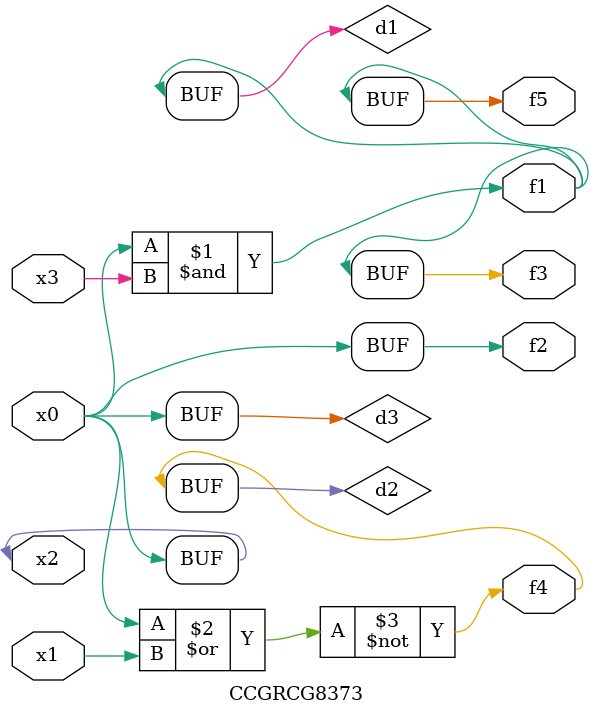
<source format=v>
module CCGRCG8373(
	input x0, x1, x2, x3,
	output f1, f2, f3, f4, f5
);

	wire d1, d2, d3;

	and (d1, x2, x3);
	nor (d2, x0, x1);
	buf (d3, x0, x2);
	assign f1 = d1;
	assign f2 = d3;
	assign f3 = d1;
	assign f4 = d2;
	assign f5 = d1;
endmodule

</source>
